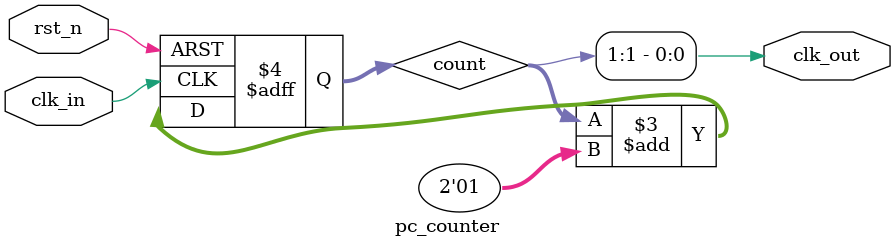
<source format=v>
module pc_counter (
    input wire clk_in,
    input wire rst_n,
    output wire clk_out
);

reg [1:0] count;

always @(posedge clk_in or negedge rst_n) begin
    if (!rst_n) count <= 2'b11;
    else count <= count + 2'b01;
end

assign clk_out = count[1];

endmodule
</source>
